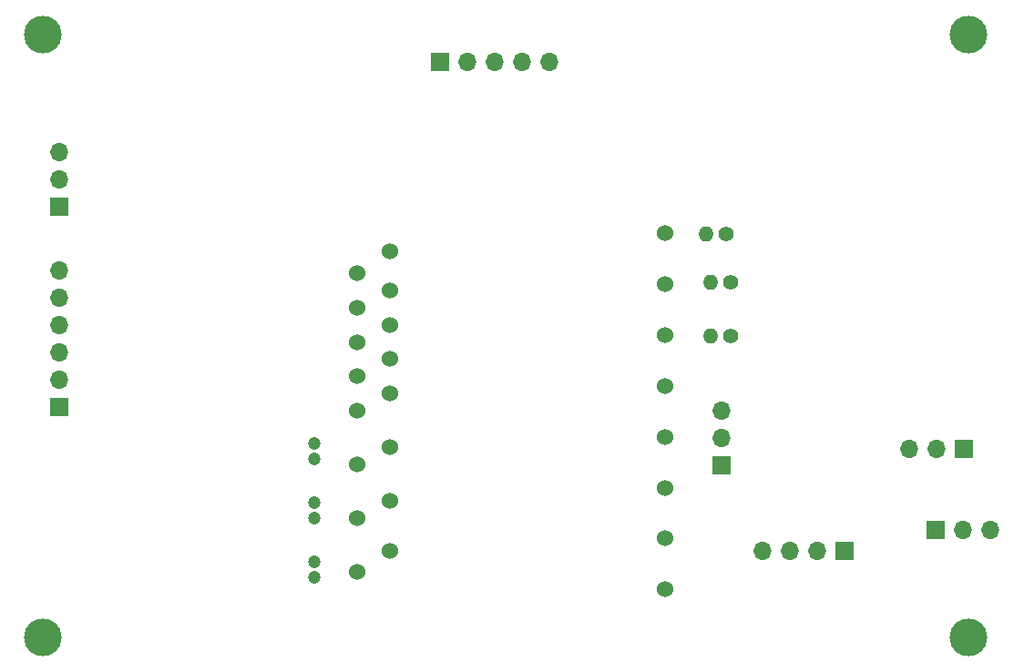
<source format=gbr>
%TF.GenerationSoftware,KiCad,Pcbnew,7.0.9*%
%TF.CreationDate,2024-01-23T23:33:07-05:00*%
%TF.ProjectId,Drive,44726976-652e-46b6-9963-61645f706362,rev?*%
%TF.SameCoordinates,Original*%
%TF.FileFunction,Soldermask,Bot*%
%TF.FilePolarity,Negative*%
%FSLAX46Y46*%
G04 Gerber Fmt 4.6, Leading zero omitted, Abs format (unit mm)*
G04 Created by KiCad (PCBNEW 7.0.9) date 2024-01-23 23:33:07*
%MOMM*%
%LPD*%
G01*
G04 APERTURE LIST*
%ADD10R,1.700000X1.700000*%
%ADD11O,1.700000X1.700000*%
%ADD12C,1.200000*%
%ADD13C,1.400000*%
%ADD14O,1.400000X1.400000*%
%ADD15C,3.500000*%
%ADD16C,1.524000*%
G04 APERTURE END LIST*
D10*
%TO.C,J_Control1*%
X91000000Y-89080000D03*
D11*
X91000000Y-86540000D03*
X91000000Y-84000000D03*
X91000000Y-81460000D03*
X91000000Y-78920000D03*
X91000000Y-76380000D03*
%TD*%
D12*
%TO.C,C10*%
X114700000Y-99455000D03*
X114700000Y-97955000D03*
%TD*%
D10*
%TO.C,U15-5*%
X175025000Y-93000000D03*
D11*
X172485000Y-93000000D03*
X169945000Y-93000000D03*
%TD*%
D13*
%TO.C,R26*%
X153405000Y-77500000D03*
D14*
X151505000Y-77500000D03*
%TD*%
D13*
%TO.C,R27*%
X153000000Y-73000000D03*
D14*
X151100000Y-73000000D03*
%TD*%
D15*
%TO.C,H3*%
X89500000Y-110500000D03*
%TD*%
D10*
%TO.C,J_POWER1*%
X164000000Y-102500000D03*
D11*
X161460000Y-102500000D03*
X158920000Y-102500000D03*
X156380000Y-102500000D03*
%TD*%
D10*
%TO.C,J3.3*%
X91000000Y-70500000D03*
D11*
X91000000Y-67960000D03*
X91000000Y-65420000D03*
%TD*%
D15*
%TO.C,H1*%
X89500000Y-54500000D03*
%TD*%
D10*
%TO.C,J_Current1*%
X126380000Y-57000000D03*
D11*
X128920000Y-57000000D03*
X131460000Y-57000000D03*
X134000000Y-57000000D03*
X136540000Y-57000000D03*
%TD*%
D10*
%TO.C,M1*%
X152500000Y-94525000D03*
D11*
X152500000Y-91985000D03*
X152500000Y-89445000D03*
%TD*%
D12*
%TO.C,C9*%
X114700000Y-104955000D03*
X114700000Y-103455000D03*
%TD*%
%TO.C,C11*%
X114700000Y-93955000D03*
X114700000Y-92455000D03*
%TD*%
D13*
%TO.C,R25*%
X153400000Y-82500000D03*
D14*
X151500000Y-82500000D03*
%TD*%
D16*
%TO.C,U1-IGCM04F60GAXKMA1*%
X118700000Y-104455000D03*
X121700000Y-102455000D03*
X118700000Y-99455000D03*
X121700000Y-97855000D03*
X118700000Y-94455000D03*
X121700000Y-92855000D03*
X118700000Y-89455000D03*
X121700000Y-87855000D03*
X118700000Y-86255000D03*
X121700000Y-84655000D03*
X118700000Y-83055000D03*
X121700000Y-81455000D03*
X118700000Y-79855000D03*
X121700000Y-78255000D03*
X118700000Y-76655000D03*
X121700000Y-74655000D03*
X147300000Y-72945000D03*
X147300000Y-77675000D03*
X147300000Y-82405000D03*
X147300000Y-87135000D03*
X147300000Y-91865000D03*
X147300000Y-96595000D03*
X147300000Y-101325000D03*
X147300000Y-106055000D03*
%TD*%
D15*
%TO.C,H2*%
X175500000Y-54500000D03*
%TD*%
%TO.C,H4*%
X175500000Y-110500000D03*
%TD*%
D10*
%TO.C,U30-15*%
X172460000Y-100500000D03*
D11*
X175000000Y-100500000D03*
X177540000Y-100500000D03*
%TD*%
M02*

</source>
